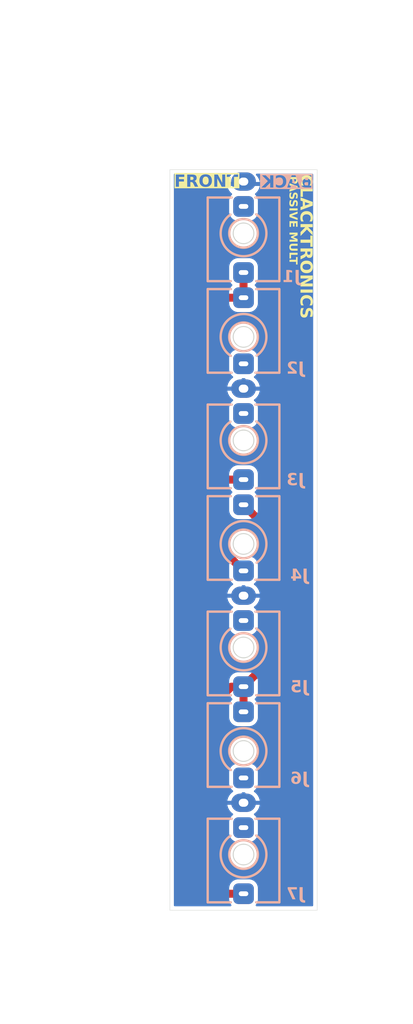
<source format=kicad_pcb>
(kicad_pcb (version 20240108) (generator "pcbnew") (generator_version "8.0")
  (layers (0 "F.Cu" signal) (31 "B.Cu" signal) (34 "B.Paste" user) (35 "F.Paste" user) (36 "B.SilkS" user "B.Silkscreen") (37 "F.SilkS" user "F.Silkscreen") (38 "B.Mask" user) (39 "F.Mask" user) (44 "Edge.Cuts" user))
  (net 0 "")
  (net 2 "Net-(J1-PadT)")
  (net 5 "Net-(J4-PadT)")
  (net 9 "GND")
  (footprint "BYOM_General:Jack_3.5mm_QingPu_WQP-PJ398SM_Vertical" (layer "B.Cu") (at 124.5 65.5)
    (property "Reference" "J1" (at 6 5.5 0) (layer "B.SilkS") (effects (font (size 1.5 1.5) (thickness 0.2) (bold yes)) (justify mirror)))
    (property "Value" "AudioJack2_SwitchT")
    (fp_line (start -4.5 6) (end -4.5 -4.5) (stroke (width 0.3)) (layer "B.SilkS"))
    (fp_line (start -1.6 6) (end -4.5 6) (stroke (width 0.3)) (layer "B.SilkS"))
    (fp_line (start -1.5 -4.5) (end -4.5 -4.5) (stroke (width 0.3)) (layer "B.SilkS"))
    (fp_line (start 4.5 -4.5) (end 1.5 -4.5) (stroke (width 0.3)) (layer "B.SilkS"))
    (fp_line (start 4.5 6) (end 1.6 6) (stroke (width 0.3)) (layer "B.SilkS"))
    (fp_line (start 4.5 6) (end 4.5 -4.5) (stroke (width 0.3)) (layer "B.SilkS"))
    (fp_arc (start 1.603971 -2.381653) (mid 0.027931 2.871274) (end -1.65 -2.349999) (stroke (width 0.3)) (layer "B.SilkS"))
    (fp_circle (center 0 0) (end -1.8 0) (stroke (width 0.3)) (fill none) (layer "B.SilkS"))
    (fp_circle (center 0 0) (end 1.3 0) (stroke (width 0.12)) (fill none) (layer "Edge.Cuts"))
    (pad "S" thru_hole oval (at 0 -6.5) (size 3.1 2.3) (drill oval 1.2 1) (layers "*.Cu" "*.Mask") (net 9 "GND"))
    (pad "T" thru_hole roundrect (at 0 4.92) (size 2.6 2.6) (drill oval 1.2 0.6) (layers "*.Cu" "*.Mask") (net 2 "Net-(J1-PadT)"))
    (pad "TN" thru_hole roundrect (at 0 -3.38) (size 2.6 2.6) (drill oval 1.2 0.6) (layers "*.Cu" "*.Mask"))
    (zone (net 0) (net_name "") (layers "B.Cu" "B.SilkS") (connect_pads (clearance 0)) (min_thickness 0.25)
      (keepout (tracks not_allowed) (vias not_allowed) (pads not_allowed) (copperpour not_allowed) (footprints not_allowed))
      (fill (thermal_gap 0.5) (thermal_bridge_width 0.5))
      (polygon (pts (xy 126 65.5) (xy 125.979542 65.746892) (xy 125.918726 65.987049) (xy 125.819211 66.213921) (xy 125.683711 66.421319) (xy 125.515922 66.603586) (xy 125.320422 66.75575) (xy 125.102543 66.87366) (xy 124.868228 66.9541) (xy 124.623869 66.994877) (xy 124.376131 66.994877) (xy 124.131772 66.9541) (xy 123.897457 66.87366) (xy 123.679578 66.75575) (xy 123.484078 66.603586) (xy 123.316289 66.421319) (xy 123.180789 66.213921) (xy 123.081274 65.987049) (xy 123.020458 65.746892) (xy 123 65.5) (xy 123.020458 65.253108) (xy 123.081274 65.012951) (xy 123.180789 64.786079) (xy 123.316289 64.578681) (xy 123.484078 64.396414) (xy 123.679578 64.24425) (xy 123.897457 64.12634) (xy 124.131772 64.0459) (xy 124.376131 64.005123) (xy 124.623869 64.005123) (xy 124.868228 64.0459) (xy 125.102543 64.12634) (xy 125.320422 64.24425) (xy 125.515922 64.396414) (xy 125.683711 64.578681) (xy 125.819211 64.786079) (xy 125.918726 65.012951) (xy 125.979542 65.253108)))
    )
  )
  (footprint "BYOM_General:Jack_3.5mm_QingPu_WQP-PJ398SM_Vertical" (layer "B.Cu") (at 124.5 104.5 180)
    (property "Reference" "J4" (at -7 -4 180) (layer "B.SilkS") (effects (font (size 1.5 1.5) (thickness 0.2) (bold yes)) (justify mirror)))
    (property "Value" "AudioJack2_SwitchT")
    (fp_line (start 4.5 6) (end 4.5 -4.5) (stroke (width 0.3)) (layer "B.SilkS"))
    (fp_line (start 4.5 6) (end 1.6 6) (stroke (width 0.3)) (layer "B.SilkS"))
    (fp_line (start 4.5 -4.5) (end 1.5 -4.5) (stroke (width 0.3)) (layer "B.SilkS"))
    (fp_line (start -1.5 -4.5) (end -4.5 -4.5) (stroke (width 0.3)) (layer "B.SilkS"))
    (fp_line (start -1.6 6) (end -4.5 6) (stroke (width 0.3)) (layer "B.SilkS"))
    (fp_line (start -4.5 6) (end -4.5 -4.5) (stroke (width 0.3)) (layer "B.SilkS"))
    (fp_arc (start 1.603971 -2.381653) (mid 0.027931 2.871274) (end -1.65 -2.349999) (stroke (width 0.3)) (layer "B.SilkS"))
    (fp_circle (center 0 0) (end -1.8 0) (stroke (width 0.3)) (fill none) (layer "B.SilkS"))
    (fp_circle (center 0 0) (end 1.3 0) (stroke (width 0.12)) (fill none) (layer "Edge.Cuts"))
    (pad "S" thru_hole oval (at 0 -6.5 180) (size 3.1 2.3) (drill oval 1.2 1) (layers "*.Cu" "*.Mask") (net 9 "GND"))
    (pad "T" thru_hole roundrect (at 0 4.92 180) (size 2.6 2.6) (drill oval 1.2 0.6) (layers "*.Cu" "*.Mask") (net 5 "Net-(J4-PadT)"))
    (pad "TN" thru_hole roundrect (at 0 -3.38 180) (size 2.6 2.6) (drill oval 1.2 0.6) (layers "*.Cu" "*.Mask") (net 2 "Net-(J1-PadT)"))
    (zone (net 0) (net_name "") (layers "B.Cu" "B.SilkS") (connect_pads (clearance 0)) (min_thickness 0.25)
      (keepout (tracks not_allowed) (vias not_allowed) (pads not_allowed) (copperpour not_allowed) (footprints not_allowed))
      (fill (thermal_gap 0.5) (thermal_bridge_width 0.5))
      (polygon (pts (xy 123 104.5) (xy 123.020458 104.253108) (xy 123.081274 104.012951) (xy 123.180789 103.786079) (xy 123.316289 103.578681) (xy 123.484078 103.396414) (xy 123.679578 103.24425) (xy 123.897457 103.12634) (xy 124.131772 103.0459) (xy 124.376131 103.005123) (xy 124.623869 103.005123) (xy 124.868228 103.0459) (xy 125.102543 103.12634) (xy 125.320422 103.24425) (xy 125.515922 103.396414) (xy 125.683711 103.578681) (xy 125.819211 103.786079) (xy 125.918726 104.012951) (xy 125.979542 104.253108) (xy 126 104.5) (xy 125.979542 104.746892) (xy 125.918726 104.987049) (xy 125.819211 105.213921) (xy 125.683711 105.421319) (xy 125.515922 105.603586) (xy 125.320422 105.75575) (xy 125.102543 105.87366) (xy 124.868228 105.9541) (xy 124.623869 105.994877) (xy 124.376131 105.994877) (xy 124.131772 105.9541) (xy 123.897457 105.87366) (xy 123.679578 105.75575) (xy 123.484078 105.603586) (xy 123.316289 105.421319) (xy 123.180789 105.213921) (xy 123.081274 104.987049) (xy 123.020458 104.746892)))
    )
  )
  (footprint "BYOM_General:Jack_3.5mm_QingPu_WQP-PJ398SM_Vertical" (layer "B.Cu") (at 124.5 130.5 180)
    (property "Reference" "J6" (at -7 -3.5 180) (layer "B.SilkS") (effects (font (size 1.5 1.5) (thickness 0.2) (bold yes)) (justify mirror)))
    (property "Value" "AudioJack2_SwitchT")
    (fp_line (start 4.5 6) (end 4.5 -4.5) (stroke (width 0.3)) (layer "B.SilkS"))
    (fp_line (start 4.5 6) (end 1.6 6) (stroke (width 0.3)) (layer "B.SilkS"))
    (fp_line (start 4.5 -4.5) (end 1.5 -4.5) (stroke (width 0.3)) (layer "B.SilkS"))
    (fp_line (start -1.5 -4.5) (end -4.5 -4.5) (stroke (width 0.3)) (layer "B.SilkS"))
    (fp_line (start -1.6 6) (end -4.5 6) (stroke (width 0.3)) (layer "B.SilkS"))
    (fp_line (start -4.5 6) (end -4.5 -4.5) (stroke (width 0.3)) (layer "B.SilkS"))
    (fp_arc (start 1.603971 -2.381653) (mid 0.027931 2.871274) (end -1.65 -2.349999) (stroke (width 0.3)) (layer "B.SilkS"))
    (fp_circle (center 0 0) (end -1.8 0) (stroke (width 0.3)) (fill none) (layer "B.SilkS"))
    (fp_circle (center 0 0) (end 1.3 0) (stroke (width 0.12)) (fill none) (layer "Edge.Cuts"))
    (pad "S" thru_hole oval (at 0 -6.5 180) (size 3.1 2.3) (drill oval 1.2 1) (layers "*.Cu" "*.Mask") (net 9 "GND"))
    (pad "T" thru_hole roundrect (at 0 4.92 180) (size 2.6 2.6) (drill oval 1.2 0.6) (layers "*.Cu" "*.Mask") (net 5 "Net-(J4-PadT)"))
    (pad "TN" thru_hole roundrect (at 0 -3.38 180) (size 2.6 2.6) (drill oval 1.2 0.6) (layers "*.Cu" "*.Mask"))
    (zone (net 0) (net_name "") (layers "B.Cu" "B.SilkS") (connect_pads (clearance 0)) (min_thickness 0.25)
      (keepout (tracks not_allowed) (vias not_allowed) (pads not_allowed) (copperpour not_allowed) (footprints not_allowed))
      (fill (thermal_gap 0.5) (thermal_bridge_width 0.5))
      (polygon (pts (xy 123 130.5) (xy 123.020458 130.253108) (xy 123.081274 130.012951) (xy 123.180789 129.786079) (xy 123.316289 129.578681) (xy 123.484078 129.396414) (xy 123.679578 129.24425) (xy 123.897457 129.12634) (xy 124.131772 129.0459) (xy 124.376131 129.005123) (xy 124.623869 129.005123) (xy 124.868228 129.0459) (xy 125.102543 129.12634) (xy 125.320422 129.24425) (xy 125.515922 129.396414) (xy 125.683711 129.578681) (xy 125.819211 129.786079) (xy 125.918726 130.012951) (xy 125.979542 130.253108) (xy 126 130.5) (xy 125.979542 130.746892) (xy 125.918726 130.987049) (xy 125.819211 131.213921) (xy 125.683711 131.421319) (xy 125.515922 131.603586) (xy 125.320422 131.75575) (xy 125.102543 131.87366) (xy 124.868228 131.9541) (xy 124.623869 131.994877) (xy 124.376131 131.994877) (xy 124.131772 131.9541) (xy 123.897457 131.87366) (xy 123.679578 131.75575) (xy 123.484078 131.603586) (xy 123.316289 131.421319) (xy 123.180789 131.213921) (xy 123.081274 130.987049) (xy 123.020458 130.746892)))
    )
  )
  (footprint "BYOM_General:Jack_3.5mm_QingPu_WQP-PJ398SM_Vertical" (layer "B.Cu") (at 124.5 143.5)
    (property "Reference" "J7" (at 6.5 5 0) (layer "B.SilkS") (effects (font (size 1.5 1.5) (thickness 0.2) (bold yes)) (justify mirror)))
    (property "Value" "AudioJack2_SwitchT")
    (fp_line (start -4.5 6) (end -4.5 -4.5) (stroke (width 0.3)) (layer "B.SilkS"))
    (fp_line (start -1.6 6) (end -4.5 6) (stroke (width 0.3)) (layer "B.SilkS"))
    (fp_line (start -1.5 -4.5) (end -4.5 -4.5) (stroke (width 0.3)) (layer "B.SilkS"))
    (fp_line (start 4.5 -4.5) (end 1.5 -4.5) (stroke (width 0.3)) (layer "B.SilkS"))
    (fp_line (start 4.5 6) (end 1.6 6) (stroke (width 0.3)) (layer "B.SilkS"))
    (fp_line (start 4.5 6) (end 4.5 -4.5) (stroke (width 0.3)) (layer "B.SilkS"))
    (fp_arc (start 1.603971 -2.381653) (mid 0.027931 2.871274) (end -1.65 -2.349999) (stroke (width 0.3)) (layer "B.SilkS"))
    (fp_circle (center 0 0) (end -1.8 0) (stroke (width 0.3)) (fill none) (layer "B.SilkS"))
    (fp_circle (center 0 0) (end 1.3 0) (stroke (width 0.12)) (fill none) (layer "Edge.Cuts"))
    (pad "S" thru_hole oval (at 0 -6.5) (size 3.1 2.3) (drill oval 1.2 1) (layers "*.Cu" "*.Mask") (net 9 "GND"))
    (pad "T" thru_hole roundrect (at 0 4.92) (size 2.6 2.6) (drill oval 1.2 0.6) (layers "*.Cu" "*.Mask") (net 5 "Net-(J4-PadT)"))
    (pad "TN" thru_hole roundrect (at 0 -3.38) (size 2.6 2.6) (drill oval 1.2 0.6) (layers "*.Cu" "*.Mask"))
    (zone (net 0) (net_name "") (layers "B.Cu" "B.SilkS") (connect_pads (clearance 0)) (min_thickness 0.25)
      (keepout (tracks not_allowed) (vias not_allowed) (pads not_allowed) (copperpour not_allowed) (footprints not_allowed))
      (fill (thermal_gap 0.5) (thermal_bridge_width 0.5))
      (polygon (pts (xy 126 143.5) (xy 125.979542 143.746892) (xy 125.918726 143.987049) (xy 125.819211 144.213921) (xy 125.683711 144.421319) (xy 125.515922 144.603586) (xy 125.320422 144.75575) (xy 125.102543 144.87366) (xy 124.868228 144.9541) (xy 124.623869 144.994877) (xy 124.376131 144.994877) (xy 124.131772 144.9541) (xy 123.897457 144.87366) (xy 123.679578 144.75575) (xy 123.484078 144.603586) (xy 123.316289 144.421319) (xy 123.180789 144.213921) (xy 123.081274 143.987049) (xy 123.020458 143.746892) (xy 123 143.5) (xy 123.020458 143.253108) (xy 123.081274 143.012951) (xy 123.180789 142.786079) (xy 123.316289 142.578681) (xy 123.484078 142.396414) (xy 123.679578 142.24425) (xy 123.897457 142.12634) (xy 124.131772 142.0459) (xy 124.376131 142.005123) (xy 124.623869 142.005123) (xy 124.868228 142.0459) (xy 125.102543 142.12634) (xy 125.320422 142.24425) (xy 125.515922 142.396414) (xy 125.683711 142.578681) (xy 125.819211 142.786079) (xy 125.918726 143.012951) (xy 125.979542 143.253108)))
    )
  )
  (footprint "BYOM_General:Jack_3.5mm_QingPu_WQP-PJ398SM_Vertical" (layer "B.Cu") (at 124.5 91.5)
    (property "Reference" "J3" (at 6.5 5 0) (layer "B.SilkS") (effects (font (size 1.5 1.5) (thickness 0.2) (bold yes)) (justify mirror)))
    (property "Value" "AudioJack2_SwitchT")
    (fp_line (start -4.5 6) (end -4.5 -4.5) (stroke (width 0.3)) (layer "B.SilkS"))
    (fp_line (start -1.6 6) (end -4.5 6) (stroke (width 0.3)) (layer "B.SilkS"))
    (fp_line (start -1.5 -4.5) (end -4.5 -4.5) (stroke (width 0.3)) (layer "B.SilkS"))
    (fp_line (start 4.5 -4.5) (end 1.5 -4.5) (stroke (width 0.3)) (layer "B.SilkS"))
    (fp_line (start 4.5 6) (end 1.6 6) (stroke (width 0.3)) (layer "B.SilkS"))
    (fp_line (start 4.5 6) (end 4.5 -4.5) (stroke (width 0.3)) (layer "B.SilkS"))
    (fp_arc (start 1.603971 -2.381653) (mid 0.027931 2.871274) (end -1.65 -2.349999) (stroke (width 0.3)) (layer "B.SilkS"))
    (fp_circle (center 0 0) (end -1.8 0) (stroke (width 0.3)) (fill none) (layer "B.SilkS"))
    (fp_circle (center 0 0) (end 1.3 0) (stroke (width 0.12)) (fill none) (layer "Edge.Cuts"))
    (pad "S" thru_hole oval (at 0 -6.5) (size 3.1 2.3) (drill oval 1.2 1) (layers "*.Cu" "*.Mask") (net 9 "GND"))
    (pad "T" thru_hole roundrect (at 0 4.92) (size 2.6 2.6) (drill oval 1.2 0.6) (layers "*.Cu" "*.Mask") (net 2 "Net-(J1-PadT)"))
    (pad "TN" thru_hole roundrect (at 0 -3.38) (size 2.6 2.6) (drill oval 1.2 0.6) (layers "*.Cu" "*.Mask"))
    (zone (net 0) (net_name "") (layers "B.Cu" "B.SilkS") (connect_pads (clearance 0)) (min_thickness 0.25)
      (keepout (tracks not_allowed) (vias not_allowed) (pads not_allowed) (copperpour not_allowed) (footprints not_allowed))
      (fill (thermal_gap 0.5) (thermal_bridge_width 0.5))
      (polygon (pts (xy 126 91.5) (xy 125.979542 91.746892) (xy 125.918726 91.987049) (xy 125.819211 92.213921) (xy 125.683711 92.421319) (xy 125.515922 92.603586) (xy 125.320422 92.75575) (xy 125.102543 92.87366) (xy 124.868228 92.9541) (xy 124.623869 92.994877) (xy 124.376131 92.994877) (xy 124.131772 92.9541) (xy 123.897457 92.87366) (xy 123.679578 92.75575) (xy 123.484078 92.603586) (xy 123.316289 92.421319) (xy 123.180789 92.213921) (xy 123.081274 91.987049) (xy 123.020458 91.746892) (xy 123 91.5) (xy 123.020458 91.253108) (xy 123.081274 91.012951) (xy 123.180789 90.786079) (xy 123.316289 90.578681) (xy 123.484078 90.396414) (xy 123.679578 90.24425) (xy 123.897457 90.12634) (xy 124.131772 90.0459) (xy 124.376131 90.005123) (xy 124.623869 90.005123) (xy 124.868228 90.0459) (xy 125.102543 90.12634) (xy 125.320422 90.24425) (xy 125.515922 90.396414) (xy 125.683711 90.578681) (xy 125.819211 90.786079) (xy 125.918726 91.012951) (xy 125.979542 91.253108)))
    )
  )
  (footprint "BYOM_General:Jack_3.5mm_QingPu_WQP-PJ398SM_Vertical" (layer "B.Cu") (at 124.5 78.5 180)
    (property "Reference" "J2" (at -6.5 -4 180) (layer "B.SilkS") (effects (font (size 1.5 1.5) (thickness 0.2) (bold yes)) (justify mirror)))
    (property "Value" "AudioJack2_SwitchT")
    (fp_line (start 4.5 6) (end 4.5 -4.5) (stroke (width 0.3)) (layer "B.SilkS"))
    (fp_line (start 4.5 6) (end 1.6 6) (stroke (width 0.3)) (layer "B.SilkS"))
    (fp_line (start 4.5 -4.5) (end 1.5 -4.5) (stroke (width 0.3)) (layer "B.SilkS"))
    (fp_line (start -1.5 -4.5) (end -4.5 -4.5) (stroke (width 0.3)) (layer "B.SilkS"))
    (fp_line (start -1.6 6) (end -4.5 6) (stroke (width 0.3)) (layer "B.SilkS"))
    (fp_line (start -4.5 6) (end -4.5 -4.5) (stroke (width 0.3)) (layer "B.SilkS"))
    (fp_arc (start 1.603971 -2.381653) (mid 0.027931 2.871274) (end -1.65 -2.349999) (stroke (width 0.3)) (layer "B.SilkS"))
    (fp_circle (center 0 0) (end -1.8 0) (stroke (width 0.3)) (fill none) (layer "B.SilkS"))
    (fp_circle (center 0 0) (end 1.3 0) (stroke (width 0.12)) (fill none) (layer "Edge.Cuts"))
    (pad "S" thru_hole oval (at 0 -6.5 180) (size 3.1 2.3) (drill oval 1.2 1) (layers "*.Cu" "*.Mask") (net 9 "GND"))
    (pad "T" thru_hole roundrect (at 0 4.92 180) (size 2.6 2.6) (drill oval 1.2 0.6) (layers "*.Cu" "*.Mask") (net 2 "Net-(J1-PadT)"))
    (pad "TN" thru_hole roundrect (at 0 -3.38 180) (size 2.6 2.6) (drill oval 1.2 0.6) (layers "*.Cu" "*.Mask"))
    (zone (net 0) (net_name "") (layers "B.Cu" "B.SilkS") (connect_pads (clearance 0)) (min_thickness 0.25)
      (keepout (tracks not_allowed) (vias not_allowed) (pads not_allowed) (copperpour not_allowed) (footprints not_allowed))
      (fill (thermal_gap 0.5) (thermal_bridge_width 0.5))
      (polygon (pts (xy 123 78.5) (xy 123.020458 78.253108) (xy 123.081274 78.012951) (xy 123.180789 77.786079) (xy 123.316289 77.578681) (xy 123.484078 77.396414) (xy 123.679578 77.24425) (xy 123.897457 77.12634) (xy 124.131772 77.0459) (xy 124.376131 77.005123) (xy 124.623869 77.005123) (xy 124.868228 77.0459) (xy 125.102543 77.12634) (xy 125.320422 77.24425) (xy 125.515922 77.396414) (xy 125.683711 77.578681) (xy 125.819211 77.786079) (xy 125.918726 78.012951) (xy 125.979542 78.253108) (xy 126 78.5) (xy 125.979542 78.746892) (xy 125.918726 78.987049) (xy 125.819211 79.213921) (xy 125.683711 79.421319) (xy 125.515922 79.603586) (xy 125.320422 79.75575) (xy 125.102543 79.87366) (xy 124.868228 79.9541) (xy 124.623869 79.994877) (xy 124.376131 79.994877) (xy 124.131772 79.9541) (xy 123.897457 79.87366) (xy 123.679578 79.75575) (xy 123.484078 79.603586) (xy 123.316289 79.421319) (xy 123.180789 79.213921) (xy 123.081274 78.987049) (xy 123.020458 78.746892)))
    )
  )
  (footprint "BYOM_General:Jack_3.5mm_QingPu_WQP-PJ398SM_Vertical" (layer "B.Cu") (at 124.5 117.5)
    (property "Reference" "J5" (at 7 5 0) (layer "B.SilkS") (effects (font (size 1.5 1.5) (thickness 0.2) (bold yes)) (justify mirror)))
    (property "Value" "AudioJack2_SwitchT")
    (fp_line (start -4.5 6) (end -4.5 -4.5) (stroke (width 0.3)) (layer "B.SilkS"))
    (fp_line (start -1.6 6) (end -4.5 6) (stroke (width 0.3)) (layer "B.SilkS"))
    (fp_line (start -1.5 -4.5) (end -4.5 -4.5) (stroke (width 0.3)) (layer "B.SilkS"))
    (fp_line (start 4.5 -4.5) (end 1.5 -4.5) (stroke (width 0.3)) (layer "B.SilkS"))
    (fp_line (start 4.5 6) (end 1.6 6) (stroke (width 0.3)) (layer "B.SilkS"))
    (fp_line (start 4.5 6) (end 4.5 -4.5) (stroke (width 0.3)) (layer "B.SilkS"))
    (fp_arc (start 1.603971 -2.381653) (mid 0.027931 2.871274) (end -1.65 -2.349999) (stroke (width 0.3)) (layer "B.SilkS"))
    (fp_circle (center 0 0) (end -1.8 0) (stroke (width 0.3)) (fill none) (layer "B.SilkS"))
    (fp_circle (center 0 0) (end 1.3 0) (stroke (width 0.12)) (fill none) (layer "Edge.Cuts"))
    (pad "S" thru_hole oval (at 0 -6.5) (size 3.1 2.3) (drill oval 1.2 1) (layers "*.Cu" "*.Mask") (net 9 "GND"))
    (pad "T" thru_hole roundrect (at 0 4.92) (size 2.6 2.6) (drill oval 1.2 0.6) (layers "*.Cu" "*.Mask") (net 5 "Net-(J4-PadT)"))
    (pad "TN" thru_hole roundrect (at 0 -3.38) (size 2.6 2.6) (drill oval 1.2 0.6) (layers "*.Cu" "*.Mask"))
    (zone (net 0) (net_name "") (layers "B.Cu" "B.SilkS") (connect_pads (clearance 0)) (min_thickness 0.25)
      (keepout (tracks not_allowed) (vias not_allowed) (pads not_allowed) (copperpour not_allowed) (footprints not_allowed))
      (fill (thermal_gap 0.5) (thermal_bridge_width 0.5))
      (polygon (pts (xy 126 117.5) (xy 125.979542 117.746892) (xy 125.918726 117.987049) (xy 125.819211 118.213921) (xy 125.683711 118.421319) (xy 125.515922 118.603586) (xy 125.320422 118.75575) (xy 125.102543 118.87366) (xy 124.868228 118.9541) (xy 124.623869 118.994877) (xy 124.376131 118.994877) (xy 124.131772 118.9541) (xy 123.897457 118.87366) (xy 123.679578 118.75575) (xy 123.484078 118.603586) (xy 123.316289 118.421319) (xy 123.180789 118.213921) (xy 123.081274 117.987049) (xy 123.020458 117.746892) (xy 123 117.5) (xy 123.020458 117.253108) (xy 123.081274 117.012951) (xy 123.180789 116.786079) (xy 123.316289 116.578681) (xy 123.484078 116.396414) (xy 123.679578 116.24425) (xy 123.897457 116.12634) (xy 124.131772 116.0459) (xy 124.376131 116.005123) (xy 124.623869 116.005123) (xy 124.868228 116.0459) (xy 125.102543 116.12634) (xy 125.320422 116.24425) (xy 125.515922 116.396414) (xy 125.683711 116.578681) (xy 125.819211 116.786079) (xy 125.918726 117.012951) (xy 125.979542 117.253108)))
    )
  )
  (gr_rect (start 115.25 57.5) (end 133.75 150.5) (stroke (width 0.05)) (fill none) (layer "Edge.Cuts"))
  (gr_text "BACK" (at 133.2 60 0) (layer "B.SilkS" knockout) (effects (font (size 1.5 1.5) (thickness 0.3) (bold yes)) (justify left bottom mirror)))
  (gr_text "CLACKTRONICS" (at 131.4 58.1 -90) (layer "F.SilkS") (effects (font (size 1.5 1.5) (thickness 0.3) (bold yes)) (justify left bottom)))
  (gr_text "FRONT" (at 115.8 59.9 0) (layer "F.SilkS" knockout) (effects (font (size 1.5 1.5) (thickness 0.3) (bold yes)) (justify left bottom)))
  (gr_text "PASSIVE MULT" (at 130.1 58.3 -90) (layer "F.SilkS") (effects (font (size 1 1) (thickness 0.25) (bold yes)) (justify left bottom)))
  (segment (start 124.5 70.42) (end 124.5 73.58) (width 1) (layer "F.Cu") (net 2))
  (segment (start 119.5 76.5) (end 119.5 96.5) (width 1) (layer "F.Cu") (net 2))
  (segment (start 119.58 96.42) (end 119.58 102.96) (width 1) (layer "F.Cu") (net 2))
  (segment (start 119.58 96.42) (end 124.5 96.42) (width 1) (layer "F.Cu") (net 2))
  (segment (start 122.42 73.58) (end 119.5 76.5) (width 1) (layer "F.Cu") (net 2))
  (segment (start 124.5 73.58) (end 122.42 73.58) (width 1) (layer "F.Cu") (net 2))
  (segment (start 119.5 96.5) (end 119.58 96.42) (width 1) (layer "F.Cu") (net 2))
  (segment (start 119.58 102.96) (end 124.5 107.88) (width 1) (layer "F.Cu") (net 2))
  (segment (start 124.5 125.58) (end 124.5 122.42) (width 1) (layer "F.Cu") (net 5))
  (segment (start 121.5 148.5) (end 121.58 148.42) (width 1) (layer "F.Cu") (net 5))
  (segment (start 119.5 125.9) (end 119.5 146.5) (width 1) (layer "F.Cu") (net 5))
  (segment (start 127.5 119.42) (end 124.5 122.42) (width 1) (layer "F.Cu") (net 5))
  (segment (start 124.5 122.42) (end 122.98 122.42) (width 1) (layer "F.Cu") (net 5))
  (segment (start 119.5 146.5) (end 121.5 148.5) (width 1) (layer "F.Cu") (net 5))
  (segment (start 124.5 99.58) (end 127.5 102.58) (width 1) (layer "F.Cu") (net 5))
  (segment (start 121.58 148.42) (end 124.5 148.42) (width 1) (layer "F.Cu") (net 5))
  (segment (start 122.98 122.42) (end 119.5 125.9) (width 1) (layer "F.Cu") (net 5))
  (segment (start 127.5 102.58) (end 127.5 119.42) (width 1) (layer "F.Cu") (net 5))
  (zone (net 9) (net_name "GND") (layer "B.Cu") (connect_pads (clearance 0.5)) (min_thickness 0.25) (fill yes (thermal_gap 0.5) (thermal_bridge_width 0.5))
    (polygon (pts (xy 114 151) (xy 135 151) (xy 134.75 57) (xy 114.25 57)))
  )
)
</source>
